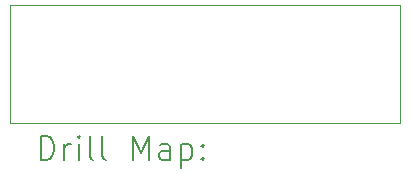
<source format=gbr>
%TF.GenerationSoftware,KiCad,Pcbnew,9.0.3-9.0.3-0~ubuntu24.04.1*%
%TF.CreationDate,2025-07-19T17:50:56+10:00*%
%TF.ProjectId,TPS54202SwitchingPSU,54505335-3432-4303-9253-776974636869,rev?*%
%TF.SameCoordinates,Original*%
%TF.FileFunction,Drillmap*%
%TF.FilePolarity,Positive*%
%FSLAX45Y45*%
G04 Gerber Fmt 4.5, Leading zero omitted, Abs format (unit mm)*
G04 Created by KiCad (PCBNEW 9.0.3-9.0.3-0~ubuntu24.04.1) date 2025-07-19 17:50:56*
%MOMM*%
%LPD*%
G01*
G04 APERTURE LIST*
%ADD10C,0.050000*%
%ADD11C,0.200000*%
G04 APERTURE END LIST*
D10*
X11250000Y-8350000D02*
X14550000Y-8350000D01*
X14550000Y-9350000D01*
X11250000Y-9350000D01*
X11250000Y-8350000D01*
D11*
X11508277Y-9663984D02*
X11508277Y-9463984D01*
X11508277Y-9463984D02*
X11555896Y-9463984D01*
X11555896Y-9463984D02*
X11584467Y-9473508D01*
X11584467Y-9473508D02*
X11603515Y-9492555D01*
X11603515Y-9492555D02*
X11613039Y-9511603D01*
X11613039Y-9511603D02*
X11622562Y-9549698D01*
X11622562Y-9549698D02*
X11622562Y-9578270D01*
X11622562Y-9578270D02*
X11613039Y-9616365D01*
X11613039Y-9616365D02*
X11603515Y-9635412D01*
X11603515Y-9635412D02*
X11584467Y-9654460D01*
X11584467Y-9654460D02*
X11555896Y-9663984D01*
X11555896Y-9663984D02*
X11508277Y-9663984D01*
X11708277Y-9663984D02*
X11708277Y-9530650D01*
X11708277Y-9568746D02*
X11717801Y-9549698D01*
X11717801Y-9549698D02*
X11727324Y-9540174D01*
X11727324Y-9540174D02*
X11746372Y-9530650D01*
X11746372Y-9530650D02*
X11765420Y-9530650D01*
X11832086Y-9663984D02*
X11832086Y-9530650D01*
X11832086Y-9463984D02*
X11822562Y-9473508D01*
X11822562Y-9473508D02*
X11832086Y-9483031D01*
X11832086Y-9483031D02*
X11841610Y-9473508D01*
X11841610Y-9473508D02*
X11832086Y-9463984D01*
X11832086Y-9463984D02*
X11832086Y-9483031D01*
X11955896Y-9663984D02*
X11936848Y-9654460D01*
X11936848Y-9654460D02*
X11927324Y-9635412D01*
X11927324Y-9635412D02*
X11927324Y-9463984D01*
X12060658Y-9663984D02*
X12041610Y-9654460D01*
X12041610Y-9654460D02*
X12032086Y-9635412D01*
X12032086Y-9635412D02*
X12032086Y-9463984D01*
X12289229Y-9663984D02*
X12289229Y-9463984D01*
X12289229Y-9463984D02*
X12355896Y-9606841D01*
X12355896Y-9606841D02*
X12422562Y-9463984D01*
X12422562Y-9463984D02*
X12422562Y-9663984D01*
X12603515Y-9663984D02*
X12603515Y-9559222D01*
X12603515Y-9559222D02*
X12593991Y-9540174D01*
X12593991Y-9540174D02*
X12574943Y-9530650D01*
X12574943Y-9530650D02*
X12536848Y-9530650D01*
X12536848Y-9530650D02*
X12517801Y-9540174D01*
X12603515Y-9654460D02*
X12584467Y-9663984D01*
X12584467Y-9663984D02*
X12536848Y-9663984D01*
X12536848Y-9663984D02*
X12517801Y-9654460D01*
X12517801Y-9654460D02*
X12508277Y-9635412D01*
X12508277Y-9635412D02*
X12508277Y-9616365D01*
X12508277Y-9616365D02*
X12517801Y-9597317D01*
X12517801Y-9597317D02*
X12536848Y-9587793D01*
X12536848Y-9587793D02*
X12584467Y-9587793D01*
X12584467Y-9587793D02*
X12603515Y-9578270D01*
X12698753Y-9530650D02*
X12698753Y-9730650D01*
X12698753Y-9540174D02*
X12717801Y-9530650D01*
X12717801Y-9530650D02*
X12755896Y-9530650D01*
X12755896Y-9530650D02*
X12774943Y-9540174D01*
X12774943Y-9540174D02*
X12784467Y-9549698D01*
X12784467Y-9549698D02*
X12793991Y-9568746D01*
X12793991Y-9568746D02*
X12793991Y-9625889D01*
X12793991Y-9625889D02*
X12784467Y-9644936D01*
X12784467Y-9644936D02*
X12774943Y-9654460D01*
X12774943Y-9654460D02*
X12755896Y-9663984D01*
X12755896Y-9663984D02*
X12717801Y-9663984D01*
X12717801Y-9663984D02*
X12698753Y-9654460D01*
X12879705Y-9644936D02*
X12889229Y-9654460D01*
X12889229Y-9654460D02*
X12879705Y-9663984D01*
X12879705Y-9663984D02*
X12870182Y-9654460D01*
X12870182Y-9654460D02*
X12879705Y-9644936D01*
X12879705Y-9644936D02*
X12879705Y-9663984D01*
X12879705Y-9540174D02*
X12889229Y-9549698D01*
X12889229Y-9549698D02*
X12879705Y-9559222D01*
X12879705Y-9559222D02*
X12870182Y-9549698D01*
X12870182Y-9549698D02*
X12879705Y-9540174D01*
X12879705Y-9540174D02*
X12879705Y-9559222D01*
M02*

</source>
